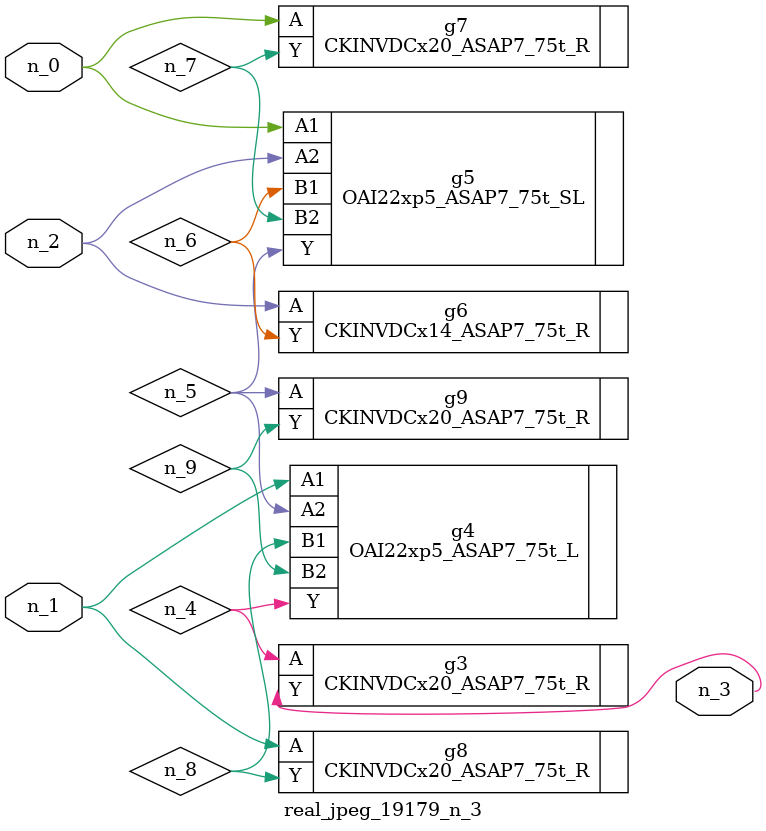
<source format=v>
module real_jpeg_19179_n_3 (n_1, n_0, n_2, n_3);

input n_1;
input n_0;
input n_2;

output n_3;

wire n_5;
wire n_8;
wire n_4;
wire n_6;
wire n_7;
wire n_9;

OAI22xp5_ASAP7_75t_SL g5 ( 
.A1(n_0),
.A2(n_2),
.B1(n_6),
.B2(n_7),
.Y(n_5)
);

CKINVDCx20_ASAP7_75t_R g7 ( 
.A(n_0),
.Y(n_7)
);

OAI22xp5_ASAP7_75t_L g4 ( 
.A1(n_1),
.A2(n_5),
.B1(n_8),
.B2(n_9),
.Y(n_4)
);

CKINVDCx20_ASAP7_75t_R g8 ( 
.A(n_1),
.Y(n_8)
);

CKINVDCx14_ASAP7_75t_R g6 ( 
.A(n_2),
.Y(n_6)
);

CKINVDCx20_ASAP7_75t_R g3 ( 
.A(n_4),
.Y(n_3)
);

CKINVDCx20_ASAP7_75t_R g9 ( 
.A(n_5),
.Y(n_9)
);


endmodule
</source>
